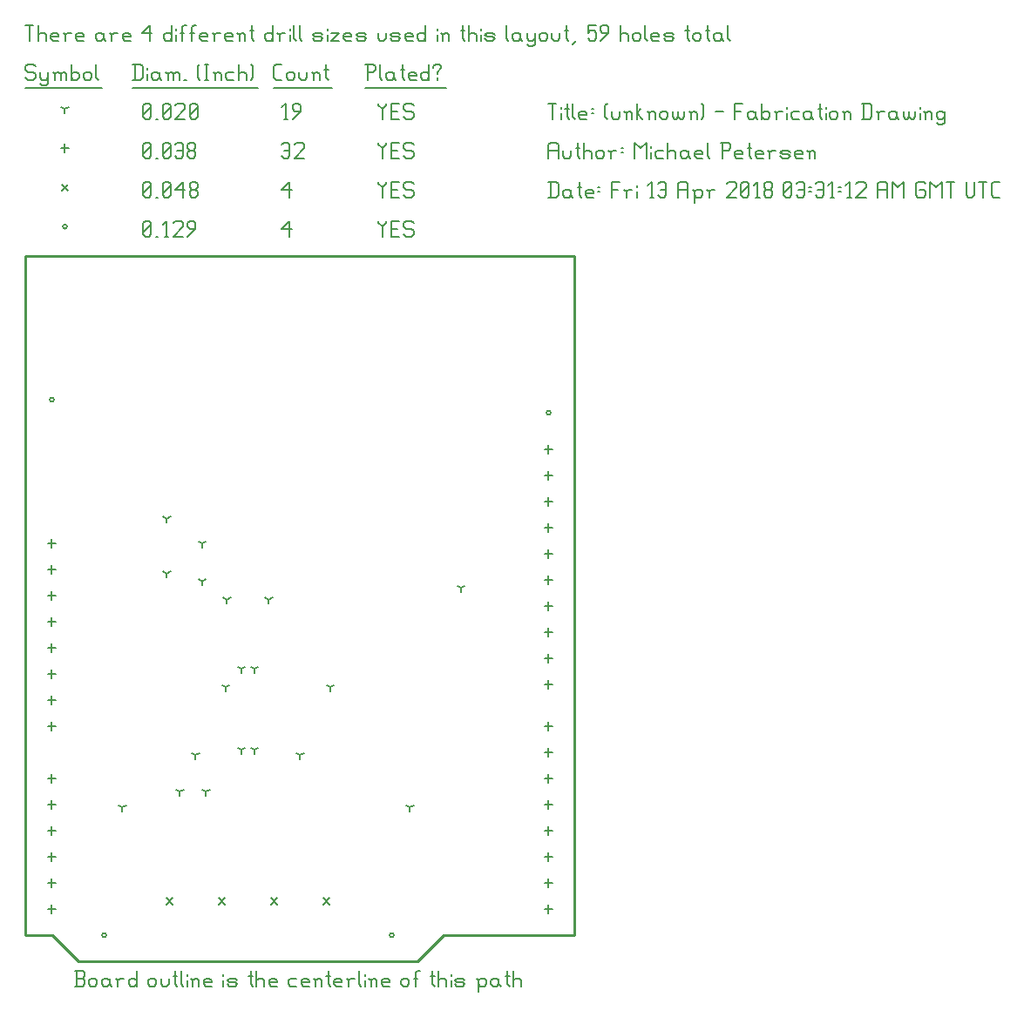
<source format=gbr>
G04 start of page 12 for group -3984 idx -3984 *
G04 Title: (unknown), fab *
G04 Creator: pcb 20140316 *
G04 CreationDate: Fri 13 Apr 2018 03:31:12 AM GMT UTC *
G04 For: railfan *
G04 Format: Gerber/RS-274X *
G04 PCB-Dimensions (mil): 2100.00 2700.00 *
G04 PCB-Coordinate-Origin: lower left *
%MOIN*%
%FSLAX25Y25*%
%LNFAB*%
%ADD65C,0.0100*%
%ADD64C,0.0060*%
%ADD63R,0.0080X0.0080*%
G54D63*X139200Y10000D02*G75*G03X140800Y10000I800J0D01*G01*
G75*G03X139200Y10000I-800J0D01*G01*
X199200Y210000D02*G75*G03X200800Y210000I800J0D01*G01*
G75*G03X199200Y210000I-800J0D01*G01*
X9200Y215000D02*G75*G03X10800Y215000I800J0D01*G01*
G75*G03X9200Y215000I-800J0D01*G01*
X29200Y10000D02*G75*G03X30800Y10000I800J0D01*G01*
G75*G03X29200Y10000I-800J0D01*G01*
X14200Y281250D02*G75*G03X15800Y281250I800J0D01*G01*
G75*G03X14200Y281250I-800J0D01*G01*
G54D64*X135000Y283500D02*Y282750D01*
X136500Y281250D01*
X138000Y282750D01*
Y283500D02*Y282750D01*
X136500Y281250D02*Y277500D01*
X139800Y280500D02*X142050D01*
X139800Y277500D02*X142800D01*
X139800Y283500D02*Y277500D01*
Y283500D02*X142800D01*
X147600D02*X148350Y282750D01*
X145350Y283500D02*X147600D01*
X144600Y282750D02*X145350Y283500D01*
X144600Y282750D02*Y281250D01*
X145350Y280500D01*
X147600D01*
X148350Y279750D01*
Y278250D01*
X147600Y277500D02*X148350Y278250D01*
X145350Y277500D02*X147600D01*
X144600Y278250D02*X145350Y277500D01*
X98000Y280500D02*X101000Y283500D01*
X98000Y280500D02*X101750D01*
X101000Y283500D02*Y277500D01*
X45000Y278250D02*X45750Y277500D01*
X45000Y282750D02*Y278250D01*
Y282750D02*X45750Y283500D01*
X47250D01*
X48000Y282750D01*
Y278250D01*
X47250Y277500D02*X48000Y278250D01*
X45750Y277500D02*X47250D01*
X45000Y279000D02*X48000Y282000D01*
X49800Y277500D02*X50550D01*
X53100D02*X54600D01*
X53850Y283500D02*Y277500D01*
X52350Y282000D02*X53850Y283500D01*
X56400Y282750D02*X57150Y283500D01*
X59400D01*
X60150Y282750D01*
Y281250D01*
X56400Y277500D02*X60150Y281250D01*
X56400Y277500D02*X60150D01*
X61950D02*X64950Y280500D01*
Y282750D02*Y280500D01*
X64200Y283500D02*X64950Y282750D01*
X62700Y283500D02*X64200D01*
X61950Y282750D02*X62700Y283500D01*
X61950Y282750D02*Y281250D01*
X62700Y280500D01*
X64950D01*
X53800Y24200D02*X56200Y21800D01*
X53800D02*X56200Y24200D01*
X73800D02*X76200Y21800D01*
X73800D02*X76200Y24200D01*
X93800D02*X96200Y21800D01*
X93800D02*X96200Y24200D01*
X113800D02*X116200Y21800D01*
X113800D02*X116200Y24200D01*
X13800Y297450D02*X16200Y295050D01*
X13800D02*X16200Y297450D01*
X135000Y298500D02*Y297750D01*
X136500Y296250D01*
X138000Y297750D01*
Y298500D02*Y297750D01*
X136500Y296250D02*Y292500D01*
X139800Y295500D02*X142050D01*
X139800Y292500D02*X142800D01*
X139800Y298500D02*Y292500D01*
Y298500D02*X142800D01*
X147600D02*X148350Y297750D01*
X145350Y298500D02*X147600D01*
X144600Y297750D02*X145350Y298500D01*
X144600Y297750D02*Y296250D01*
X145350Y295500D01*
X147600D01*
X148350Y294750D01*
Y293250D01*
X147600Y292500D02*X148350Y293250D01*
X145350Y292500D02*X147600D01*
X144600Y293250D02*X145350Y292500D01*
X98000Y295500D02*X101000Y298500D01*
X98000Y295500D02*X101750D01*
X101000Y298500D02*Y292500D01*
X45000Y293250D02*X45750Y292500D01*
X45000Y297750D02*Y293250D01*
Y297750D02*X45750Y298500D01*
X47250D01*
X48000Y297750D01*
Y293250D01*
X47250Y292500D02*X48000Y293250D01*
X45750Y292500D02*X47250D01*
X45000Y294000D02*X48000Y297000D01*
X49800Y292500D02*X50550D01*
X52350Y293250D02*X53100Y292500D01*
X52350Y297750D02*Y293250D01*
Y297750D02*X53100Y298500D01*
X54600D01*
X55350Y297750D01*
Y293250D01*
X54600Y292500D02*X55350Y293250D01*
X53100Y292500D02*X54600D01*
X52350Y294000D02*X55350Y297000D01*
X57150Y295500D02*X60150Y298500D01*
X57150Y295500D02*X60900D01*
X60150Y298500D02*Y292500D01*
X62700Y293250D02*X63450Y292500D01*
X62700Y294750D02*Y293250D01*
Y294750D02*X63450Y295500D01*
X64950D01*
X65700Y294750D01*
Y293250D01*
X64950Y292500D02*X65700Y293250D01*
X63450Y292500D02*X64950D01*
X62700Y296250D02*X63450Y295500D01*
X62700Y297750D02*Y296250D01*
Y297750D02*X63450Y298500D01*
X64950D01*
X65700Y297750D01*
Y296250D01*
X64950Y295500D02*X65700Y296250D01*
X10000Y161600D02*Y158400D01*
X8400Y160000D02*X11600D01*
X10000Y151600D02*Y148400D01*
X8400Y150000D02*X11600D01*
X10000Y141600D02*Y138400D01*
X8400Y140000D02*X11600D01*
X10000Y131600D02*Y128400D01*
X8400Y130000D02*X11600D01*
X10000Y121600D02*Y118400D01*
X8400Y120000D02*X11600D01*
X10000Y111600D02*Y108400D01*
X8400Y110000D02*X11600D01*
X10000Y101600D02*Y98400D01*
X8400Y100000D02*X11600D01*
X10000Y91600D02*Y88400D01*
X8400Y90000D02*X11600D01*
X10000Y71600D02*Y68400D01*
X8400Y70000D02*X11600D01*
X10000Y61600D02*Y58400D01*
X8400Y60000D02*X11600D01*
X10000Y51600D02*Y48400D01*
X8400Y50000D02*X11600D01*
X10000Y41600D02*Y38400D01*
X8400Y40000D02*X11600D01*
X10000Y31600D02*Y28400D01*
X8400Y30000D02*X11600D01*
X10000Y21600D02*Y18400D01*
X8400Y20000D02*X11600D01*
X200000Y21600D02*Y18400D01*
X198400Y20000D02*X201600D01*
X200000Y31600D02*Y28400D01*
X198400Y30000D02*X201600D01*
X200000Y41600D02*Y38400D01*
X198400Y40000D02*X201600D01*
X200000Y51600D02*Y48400D01*
X198400Y50000D02*X201600D01*
X200000Y61600D02*Y58400D01*
X198400Y60000D02*X201600D01*
X200000Y71600D02*Y68400D01*
X198400Y70000D02*X201600D01*
X200000Y81600D02*Y78400D01*
X198400Y80000D02*X201600D01*
X200000Y91600D02*Y88400D01*
X198400Y90000D02*X201600D01*
X200000Y107600D02*Y104400D01*
X198400Y106000D02*X201600D01*
X200000Y117600D02*Y114400D01*
X198400Y116000D02*X201600D01*
X200000Y127600D02*Y124400D01*
X198400Y126000D02*X201600D01*
X200000Y137600D02*Y134400D01*
X198400Y136000D02*X201600D01*
X200000Y147600D02*Y144400D01*
X198400Y146000D02*X201600D01*
X200000Y157600D02*Y154400D01*
X198400Y156000D02*X201600D01*
X200000Y167600D02*Y164400D01*
X198400Y166000D02*X201600D01*
X200000Y177600D02*Y174400D01*
X198400Y176000D02*X201600D01*
X200000Y187600D02*Y184400D01*
X198400Y186000D02*X201600D01*
X200000Y197600D02*Y194400D01*
X198400Y196000D02*X201600D01*
X15000Y312850D02*Y309650D01*
X13400Y311250D02*X16600D01*
X135000Y313500D02*Y312750D01*
X136500Y311250D01*
X138000Y312750D01*
Y313500D02*Y312750D01*
X136500Y311250D02*Y307500D01*
X139800Y310500D02*X142050D01*
X139800Y307500D02*X142800D01*
X139800Y313500D02*Y307500D01*
Y313500D02*X142800D01*
X147600D02*X148350Y312750D01*
X145350Y313500D02*X147600D01*
X144600Y312750D02*X145350Y313500D01*
X144600Y312750D02*Y311250D01*
X145350Y310500D01*
X147600D01*
X148350Y309750D01*
Y308250D01*
X147600Y307500D02*X148350Y308250D01*
X145350Y307500D02*X147600D01*
X144600Y308250D02*X145350Y307500D01*
X98000Y312750D02*X98750Y313500D01*
X100250D01*
X101000Y312750D01*
Y308250D01*
X100250Y307500D02*X101000Y308250D01*
X98750Y307500D02*X100250D01*
X98000Y308250D02*X98750Y307500D01*
Y310500D02*X101000D01*
X102800Y312750D02*X103550Y313500D01*
X105800D01*
X106550Y312750D01*
Y311250D01*
X102800Y307500D02*X106550Y311250D01*
X102800Y307500D02*X106550D01*
X45000Y308250D02*X45750Y307500D01*
X45000Y312750D02*Y308250D01*
Y312750D02*X45750Y313500D01*
X47250D01*
X48000Y312750D01*
Y308250D01*
X47250Y307500D02*X48000Y308250D01*
X45750Y307500D02*X47250D01*
X45000Y309000D02*X48000Y312000D01*
X49800Y307500D02*X50550D01*
X52350Y308250D02*X53100Y307500D01*
X52350Y312750D02*Y308250D01*
Y312750D02*X53100Y313500D01*
X54600D01*
X55350Y312750D01*
Y308250D01*
X54600Y307500D02*X55350Y308250D01*
X53100Y307500D02*X54600D01*
X52350Y309000D02*X55350Y312000D01*
X57150Y312750D02*X57900Y313500D01*
X59400D01*
X60150Y312750D01*
Y308250D01*
X59400Y307500D02*X60150Y308250D01*
X57900Y307500D02*X59400D01*
X57150Y308250D02*X57900Y307500D01*
Y310500D02*X60150D01*
X61950Y308250D02*X62700Y307500D01*
X61950Y309750D02*Y308250D01*
Y309750D02*X62700Y310500D01*
X64200D01*
X64950Y309750D01*
Y308250D01*
X64200Y307500D02*X64950Y308250D01*
X62700Y307500D02*X64200D01*
X61950Y311250D02*X62700Y310500D01*
X61950Y312750D02*Y311250D01*
Y312750D02*X62700Y313500D01*
X64200D01*
X64950Y312750D01*
Y311250D01*
X64200Y310500D02*X64950Y311250D01*
X59000Y65000D02*Y63400D01*
Y65000D02*X60387Y65800D01*
X59000Y65000D02*X57613Y65800D01*
X69000Y65000D02*Y63400D01*
Y65000D02*X70387Y65800D01*
X69000Y65000D02*X67613Y65800D01*
X82500Y81000D02*Y79400D01*
Y81000D02*X83887Y81800D01*
X82500Y81000D02*X81113Y81800D01*
X87500Y81000D02*Y79400D01*
Y81000D02*X88887Y81800D01*
X87500Y81000D02*X86113Y81800D01*
X76500Y105000D02*Y103400D01*
Y105000D02*X77887Y105800D01*
X76500Y105000D02*X75113Y105800D01*
X116500Y105000D02*Y103400D01*
Y105000D02*X117887Y105800D01*
X116500Y105000D02*X115113Y105800D01*
X87500Y112000D02*Y110400D01*
Y112000D02*X88887Y112800D01*
X87500Y112000D02*X86113Y112800D01*
X82500Y112000D02*Y110400D01*
Y112000D02*X83887Y112800D01*
X82500Y112000D02*X81113Y112800D01*
X105000Y79000D02*Y77400D01*
Y79000D02*X106387Y79800D01*
X105000Y79000D02*X103613Y79800D01*
X65000Y79000D02*Y77400D01*
Y79000D02*X66387Y79800D01*
X65000Y79000D02*X63613Y79800D01*
X54000Y169500D02*Y167900D01*
Y169500D02*X55387Y170300D01*
X54000Y169500D02*X52613Y170300D01*
X54000Y148500D02*Y146900D01*
Y148500D02*X55387Y149300D01*
X54000Y148500D02*X52613Y149300D01*
X67500Y145500D02*Y143900D01*
Y145500D02*X68887Y146300D01*
X67500Y145500D02*X66113Y146300D01*
X67500Y160000D02*Y158400D01*
Y160000D02*X68887Y160800D01*
X67500Y160000D02*X66113Y160800D01*
X93000Y138500D02*Y136900D01*
Y138500D02*X94387Y139300D01*
X93000Y138500D02*X91613Y139300D01*
X77000Y138500D02*Y136900D01*
Y138500D02*X78387Y139300D01*
X77000Y138500D02*X75613Y139300D01*
X147000Y59000D02*Y57400D01*
Y59000D02*X148387Y59800D01*
X147000Y59000D02*X145613Y59800D01*
X37000Y59000D02*Y57400D01*
Y59000D02*X38387Y59800D01*
X37000Y59000D02*X35613Y59800D01*
X166500Y143000D02*Y141400D01*
Y143000D02*X167887Y143800D01*
X166500Y143000D02*X165113Y143800D01*
X15000Y326250D02*Y324650D01*
Y326250D02*X16387Y327050D01*
X15000Y326250D02*X13613Y327050D01*
X135000Y328500D02*Y327750D01*
X136500Y326250D01*
X138000Y327750D01*
Y328500D02*Y327750D01*
X136500Y326250D02*Y322500D01*
X139800Y325500D02*X142050D01*
X139800Y322500D02*X142800D01*
X139800Y328500D02*Y322500D01*
Y328500D02*X142800D01*
X147600D02*X148350Y327750D01*
X145350Y328500D02*X147600D01*
X144600Y327750D02*X145350Y328500D01*
X144600Y327750D02*Y326250D01*
X145350Y325500D01*
X147600D01*
X148350Y324750D01*
Y323250D01*
X147600Y322500D02*X148350Y323250D01*
X145350Y322500D02*X147600D01*
X144600Y323250D02*X145350Y322500D01*
X98750D02*X100250D01*
X99500Y328500D02*Y322500D01*
X98000Y327000D02*X99500Y328500D01*
X102050Y322500D02*X105050Y325500D01*
Y327750D02*Y325500D01*
X104300Y328500D02*X105050Y327750D01*
X102800Y328500D02*X104300D01*
X102050Y327750D02*X102800Y328500D01*
X102050Y327750D02*Y326250D01*
X102800Y325500D01*
X105050D01*
X45000Y323250D02*X45750Y322500D01*
X45000Y327750D02*Y323250D01*
Y327750D02*X45750Y328500D01*
X47250D01*
X48000Y327750D01*
Y323250D01*
X47250Y322500D02*X48000Y323250D01*
X45750Y322500D02*X47250D01*
X45000Y324000D02*X48000Y327000D01*
X49800Y322500D02*X50550D01*
X52350Y323250D02*X53100Y322500D01*
X52350Y327750D02*Y323250D01*
Y327750D02*X53100Y328500D01*
X54600D01*
X55350Y327750D01*
Y323250D01*
X54600Y322500D02*X55350Y323250D01*
X53100Y322500D02*X54600D01*
X52350Y324000D02*X55350Y327000D01*
X57150Y327750D02*X57900Y328500D01*
X60150D01*
X60900Y327750D01*
Y326250D01*
X57150Y322500D02*X60900Y326250D01*
X57150Y322500D02*X60900D01*
X62700Y323250D02*X63450Y322500D01*
X62700Y327750D02*Y323250D01*
Y327750D02*X63450Y328500D01*
X64950D01*
X65700Y327750D01*
Y323250D01*
X64950Y322500D02*X65700Y323250D01*
X63450Y322500D02*X64950D01*
X62700Y324000D02*X65700Y327000D01*
X3000Y343500D02*X3750Y342750D01*
X750Y343500D02*X3000D01*
X0Y342750D02*X750Y343500D01*
X0Y342750D02*Y341250D01*
X750Y340500D01*
X3000D01*
X3750Y339750D01*
Y338250D01*
X3000Y337500D02*X3750Y338250D01*
X750Y337500D02*X3000D01*
X0Y338250D02*X750Y337500D01*
X5550Y340500D02*Y338250D01*
X6300Y337500D01*
X8550Y340500D02*Y336000D01*
X7800Y335250D02*X8550Y336000D01*
X6300Y335250D02*X7800D01*
X5550Y336000D02*X6300Y335250D01*
Y337500D02*X7800D01*
X8550Y338250D01*
X11100Y339750D02*Y337500D01*
Y339750D02*X11850Y340500D01*
X12600D01*
X13350Y339750D01*
Y337500D01*
Y339750D02*X14100Y340500D01*
X14850D01*
X15600Y339750D01*
Y337500D01*
X10350Y340500D02*X11100Y339750D01*
X17400Y343500D02*Y337500D01*
Y338250D02*X18150Y337500D01*
X19650D01*
X20400Y338250D01*
Y339750D02*Y338250D01*
X19650Y340500D02*X20400Y339750D01*
X18150Y340500D02*X19650D01*
X17400Y339750D02*X18150Y340500D01*
X22200Y339750D02*Y338250D01*
Y339750D02*X22950Y340500D01*
X24450D01*
X25200Y339750D01*
Y338250D01*
X24450Y337500D02*X25200Y338250D01*
X22950Y337500D02*X24450D01*
X22200Y338250D02*X22950Y337500D01*
X27000Y343500D02*Y338250D01*
X27750Y337500D01*
X0Y334250D02*X29250D01*
X41750Y343500D02*Y337500D01*
X44000Y343500D02*X44750Y342750D01*
Y338250D01*
X44000Y337500D02*X44750Y338250D01*
X41000Y337500D02*X44000D01*
X41000Y343500D02*X44000D01*
X46550Y342000D02*Y341250D01*
Y339750D02*Y337500D01*
X50300Y340500D02*X51050Y339750D01*
X48800Y340500D02*X50300D01*
X48050Y339750D02*X48800Y340500D01*
X48050Y339750D02*Y338250D01*
X48800Y337500D01*
X51050Y340500D02*Y338250D01*
X51800Y337500D01*
X48800D02*X50300D01*
X51050Y338250D01*
X54350Y339750D02*Y337500D01*
Y339750D02*X55100Y340500D01*
X55850D01*
X56600Y339750D01*
Y337500D01*
Y339750D02*X57350Y340500D01*
X58100D01*
X58850Y339750D01*
Y337500D01*
X53600Y340500D02*X54350Y339750D01*
X60650Y337500D02*X61400D01*
X65900Y338250D02*X66650Y337500D01*
X65900Y342750D02*X66650Y343500D01*
X65900Y342750D02*Y338250D01*
X68450Y343500D02*X69950D01*
X69200D02*Y337500D01*
X68450D02*X69950D01*
X72500Y339750D02*Y337500D01*
Y339750D02*X73250Y340500D01*
X74000D01*
X74750Y339750D01*
Y337500D01*
X71750Y340500D02*X72500Y339750D01*
X77300Y340500D02*X79550D01*
X76550Y339750D02*X77300Y340500D01*
X76550Y339750D02*Y338250D01*
X77300Y337500D01*
X79550D01*
X81350Y343500D02*Y337500D01*
Y339750D02*X82100Y340500D01*
X83600D01*
X84350Y339750D01*
Y337500D01*
X86150Y343500D02*X86900Y342750D01*
Y338250D01*
X86150Y337500D02*X86900Y338250D01*
X41000Y334250D02*X88700D01*
X95750Y337500D02*X98000D01*
X95000Y338250D02*X95750Y337500D01*
X95000Y342750D02*Y338250D01*
Y342750D02*X95750Y343500D01*
X98000D01*
X99800Y339750D02*Y338250D01*
Y339750D02*X100550Y340500D01*
X102050D01*
X102800Y339750D01*
Y338250D01*
X102050Y337500D02*X102800Y338250D01*
X100550Y337500D02*X102050D01*
X99800Y338250D02*X100550Y337500D01*
X104600Y340500D02*Y338250D01*
X105350Y337500D01*
X106850D01*
X107600Y338250D01*
Y340500D02*Y338250D01*
X110150Y339750D02*Y337500D01*
Y339750D02*X110900Y340500D01*
X111650D01*
X112400Y339750D01*
Y337500D01*
X109400Y340500D02*X110150Y339750D01*
X114950Y343500D02*Y338250D01*
X115700Y337500D01*
X114200Y341250D02*X115700D01*
X95000Y334250D02*X117200D01*
X130750Y343500D02*Y337500D01*
X130000Y343500D02*X133000D01*
X133750Y342750D01*
Y341250D01*
X133000Y340500D02*X133750Y341250D01*
X130750Y340500D02*X133000D01*
X135550Y343500D02*Y338250D01*
X136300Y337500D01*
X140050Y340500D02*X140800Y339750D01*
X138550Y340500D02*X140050D01*
X137800Y339750D02*X138550Y340500D01*
X137800Y339750D02*Y338250D01*
X138550Y337500D01*
X140800Y340500D02*Y338250D01*
X141550Y337500D01*
X138550D02*X140050D01*
X140800Y338250D01*
X144100Y343500D02*Y338250D01*
X144850Y337500D01*
X143350Y341250D02*X144850D01*
X147100Y337500D02*X149350D01*
X146350Y338250D02*X147100Y337500D01*
X146350Y339750D02*Y338250D01*
Y339750D02*X147100Y340500D01*
X148600D01*
X149350Y339750D01*
X146350Y339000D02*X149350D01*
Y339750D02*Y339000D01*
X154150Y343500D02*Y337500D01*
X153400D02*X154150Y338250D01*
X151900Y337500D02*X153400D01*
X151150Y338250D02*X151900Y337500D01*
X151150Y339750D02*Y338250D01*
Y339750D02*X151900Y340500D01*
X153400D01*
X154150Y339750D01*
X157450Y340500D02*Y339750D01*
Y338250D02*Y337500D01*
X155950Y342750D02*Y342000D01*
Y342750D02*X156700Y343500D01*
X158200D01*
X158950Y342750D01*
Y342000D01*
X157450Y340500D02*X158950Y342000D01*
X130000Y334250D02*X160750D01*
X0Y358500D02*X3000D01*
X1500D02*Y352500D01*
X4800Y358500D02*Y352500D01*
Y354750D02*X5550Y355500D01*
X7050D01*
X7800Y354750D01*
Y352500D01*
X10350D02*X12600D01*
X9600Y353250D02*X10350Y352500D01*
X9600Y354750D02*Y353250D01*
Y354750D02*X10350Y355500D01*
X11850D01*
X12600Y354750D01*
X9600Y354000D02*X12600D01*
Y354750D02*Y354000D01*
X15150Y354750D02*Y352500D01*
Y354750D02*X15900Y355500D01*
X17400D01*
X14400D02*X15150Y354750D01*
X19950Y352500D02*X22200D01*
X19200Y353250D02*X19950Y352500D01*
X19200Y354750D02*Y353250D01*
Y354750D02*X19950Y355500D01*
X21450D01*
X22200Y354750D01*
X19200Y354000D02*X22200D01*
Y354750D02*Y354000D01*
X28950Y355500D02*X29700Y354750D01*
X27450Y355500D02*X28950D01*
X26700Y354750D02*X27450Y355500D01*
X26700Y354750D02*Y353250D01*
X27450Y352500D01*
X29700Y355500D02*Y353250D01*
X30450Y352500D01*
X27450D02*X28950D01*
X29700Y353250D01*
X33000Y354750D02*Y352500D01*
Y354750D02*X33750Y355500D01*
X35250D01*
X32250D02*X33000Y354750D01*
X37800Y352500D02*X40050D01*
X37050Y353250D02*X37800Y352500D01*
X37050Y354750D02*Y353250D01*
Y354750D02*X37800Y355500D01*
X39300D01*
X40050Y354750D01*
X37050Y354000D02*X40050D01*
Y354750D02*Y354000D01*
X44550Y355500D02*X47550Y358500D01*
X44550Y355500D02*X48300D01*
X47550Y358500D02*Y352500D01*
X55800Y358500D02*Y352500D01*
X55050D02*X55800Y353250D01*
X53550Y352500D02*X55050D01*
X52800Y353250D02*X53550Y352500D01*
X52800Y354750D02*Y353250D01*
Y354750D02*X53550Y355500D01*
X55050D01*
X55800Y354750D01*
X57600Y357000D02*Y356250D01*
Y354750D02*Y352500D01*
X59850Y357750D02*Y352500D01*
Y357750D02*X60600Y358500D01*
X61350D01*
X59100Y355500D02*X60600D01*
X63600Y357750D02*Y352500D01*
Y357750D02*X64350Y358500D01*
X65100D01*
X62850Y355500D02*X64350D01*
X67350Y352500D02*X69600D01*
X66600Y353250D02*X67350Y352500D01*
X66600Y354750D02*Y353250D01*
Y354750D02*X67350Y355500D01*
X68850D01*
X69600Y354750D01*
X66600Y354000D02*X69600D01*
Y354750D02*Y354000D01*
X72150Y354750D02*Y352500D01*
Y354750D02*X72900Y355500D01*
X74400D01*
X71400D02*X72150Y354750D01*
X76950Y352500D02*X79200D01*
X76200Y353250D02*X76950Y352500D01*
X76200Y354750D02*Y353250D01*
Y354750D02*X76950Y355500D01*
X78450D01*
X79200Y354750D01*
X76200Y354000D02*X79200D01*
Y354750D02*Y354000D01*
X81750Y354750D02*Y352500D01*
Y354750D02*X82500Y355500D01*
X83250D01*
X84000Y354750D01*
Y352500D01*
X81000Y355500D02*X81750Y354750D01*
X86550Y358500D02*Y353250D01*
X87300Y352500D01*
X85800Y356250D02*X87300D01*
X94500Y358500D02*Y352500D01*
X93750D02*X94500Y353250D01*
X92250Y352500D02*X93750D01*
X91500Y353250D02*X92250Y352500D01*
X91500Y354750D02*Y353250D01*
Y354750D02*X92250Y355500D01*
X93750D01*
X94500Y354750D01*
X97050D02*Y352500D01*
Y354750D02*X97800Y355500D01*
X99300D01*
X96300D02*X97050Y354750D01*
X101100Y357000D02*Y356250D01*
Y354750D02*Y352500D01*
X102600Y358500D02*Y353250D01*
X103350Y352500D01*
X104850Y358500D02*Y353250D01*
X105600Y352500D01*
X110550D02*X112800D01*
X113550Y353250D01*
X112800Y354000D02*X113550Y353250D01*
X110550Y354000D02*X112800D01*
X109800Y354750D02*X110550Y354000D01*
X109800Y354750D02*X110550Y355500D01*
X112800D01*
X113550Y354750D01*
X109800Y353250D02*X110550Y352500D01*
X115350Y357000D02*Y356250D01*
Y354750D02*Y352500D01*
X116850Y355500D02*X119850D01*
X116850Y352500D02*X119850Y355500D01*
X116850Y352500D02*X119850D01*
X122400D02*X124650D01*
X121650Y353250D02*X122400Y352500D01*
X121650Y354750D02*Y353250D01*
Y354750D02*X122400Y355500D01*
X123900D01*
X124650Y354750D01*
X121650Y354000D02*X124650D01*
Y354750D02*Y354000D01*
X127200Y352500D02*X129450D01*
X130200Y353250D01*
X129450Y354000D02*X130200Y353250D01*
X127200Y354000D02*X129450D01*
X126450Y354750D02*X127200Y354000D01*
X126450Y354750D02*X127200Y355500D01*
X129450D01*
X130200Y354750D01*
X126450Y353250D02*X127200Y352500D01*
X134700Y355500D02*Y353250D01*
X135450Y352500D01*
X136950D01*
X137700Y353250D01*
Y355500D02*Y353250D01*
X140250Y352500D02*X142500D01*
X143250Y353250D01*
X142500Y354000D02*X143250Y353250D01*
X140250Y354000D02*X142500D01*
X139500Y354750D02*X140250Y354000D01*
X139500Y354750D02*X140250Y355500D01*
X142500D01*
X143250Y354750D01*
X139500Y353250D02*X140250Y352500D01*
X145800D02*X148050D01*
X145050Y353250D02*X145800Y352500D01*
X145050Y354750D02*Y353250D01*
Y354750D02*X145800Y355500D01*
X147300D01*
X148050Y354750D01*
X145050Y354000D02*X148050D01*
Y354750D02*Y354000D01*
X152850Y358500D02*Y352500D01*
X152100D02*X152850Y353250D01*
X150600Y352500D02*X152100D01*
X149850Y353250D02*X150600Y352500D01*
X149850Y354750D02*Y353250D01*
Y354750D02*X150600Y355500D01*
X152100D01*
X152850Y354750D01*
X157350Y357000D02*Y356250D01*
Y354750D02*Y352500D01*
X159600Y354750D02*Y352500D01*
Y354750D02*X160350Y355500D01*
X161100D01*
X161850Y354750D01*
Y352500D01*
X158850Y355500D02*X159600Y354750D01*
X167100Y358500D02*Y353250D01*
X167850Y352500D01*
X166350Y356250D02*X167850D01*
X169350Y358500D02*Y352500D01*
Y354750D02*X170100Y355500D01*
X171600D01*
X172350Y354750D01*
Y352500D01*
X174150Y357000D02*Y356250D01*
Y354750D02*Y352500D01*
X176400D02*X178650D01*
X179400Y353250D01*
X178650Y354000D02*X179400Y353250D01*
X176400Y354000D02*X178650D01*
X175650Y354750D02*X176400Y354000D01*
X175650Y354750D02*X176400Y355500D01*
X178650D01*
X179400Y354750D01*
X175650Y353250D02*X176400Y352500D01*
X183900Y358500D02*Y353250D01*
X184650Y352500D01*
X188400Y355500D02*X189150Y354750D01*
X186900Y355500D02*X188400D01*
X186150Y354750D02*X186900Y355500D01*
X186150Y354750D02*Y353250D01*
X186900Y352500D01*
X189150Y355500D02*Y353250D01*
X189900Y352500D01*
X186900D02*X188400D01*
X189150Y353250D01*
X191700Y355500D02*Y353250D01*
X192450Y352500D01*
X194700Y355500D02*Y351000D01*
X193950Y350250D02*X194700Y351000D01*
X192450Y350250D02*X193950D01*
X191700Y351000D02*X192450Y350250D01*
Y352500D02*X193950D01*
X194700Y353250D01*
X196500Y354750D02*Y353250D01*
Y354750D02*X197250Y355500D01*
X198750D01*
X199500Y354750D01*
Y353250D01*
X198750Y352500D02*X199500Y353250D01*
X197250Y352500D02*X198750D01*
X196500Y353250D02*X197250Y352500D01*
X201300Y355500D02*Y353250D01*
X202050Y352500D01*
X203550D01*
X204300Y353250D01*
Y355500D02*Y353250D01*
X206850Y358500D02*Y353250D01*
X207600Y352500D01*
X206100Y356250D02*X207600D01*
X209100Y351000D02*X210600Y352500D01*
X215100Y358500D02*X218100D01*
X215100D02*Y355500D01*
X215850Y356250D01*
X217350D01*
X218100Y355500D01*
Y353250D01*
X217350Y352500D02*X218100Y353250D01*
X215850Y352500D02*X217350D01*
X215100Y353250D02*X215850Y352500D01*
X219900D02*X222900Y355500D01*
Y357750D02*Y355500D01*
X222150Y358500D02*X222900Y357750D01*
X220650Y358500D02*X222150D01*
X219900Y357750D02*X220650Y358500D01*
X219900Y357750D02*Y356250D01*
X220650Y355500D01*
X222900D01*
X227400Y358500D02*Y352500D01*
Y354750D02*X228150Y355500D01*
X229650D01*
X230400Y354750D01*
Y352500D01*
X232200Y354750D02*Y353250D01*
Y354750D02*X232950Y355500D01*
X234450D01*
X235200Y354750D01*
Y353250D01*
X234450Y352500D02*X235200Y353250D01*
X232950Y352500D02*X234450D01*
X232200Y353250D02*X232950Y352500D01*
X237000Y358500D02*Y353250D01*
X237750Y352500D01*
X240000D02*X242250D01*
X239250Y353250D02*X240000Y352500D01*
X239250Y354750D02*Y353250D01*
Y354750D02*X240000Y355500D01*
X241500D01*
X242250Y354750D01*
X239250Y354000D02*X242250D01*
Y354750D02*Y354000D01*
X244800Y352500D02*X247050D01*
X247800Y353250D01*
X247050Y354000D02*X247800Y353250D01*
X244800Y354000D02*X247050D01*
X244050Y354750D02*X244800Y354000D01*
X244050Y354750D02*X244800Y355500D01*
X247050D01*
X247800Y354750D01*
X244050Y353250D02*X244800Y352500D01*
X253050Y358500D02*Y353250D01*
X253800Y352500D01*
X252300Y356250D02*X253800D01*
X255300Y354750D02*Y353250D01*
Y354750D02*X256050Y355500D01*
X257550D01*
X258300Y354750D01*
Y353250D01*
X257550Y352500D02*X258300Y353250D01*
X256050Y352500D02*X257550D01*
X255300Y353250D02*X256050Y352500D01*
X260850Y358500D02*Y353250D01*
X261600Y352500D01*
X260100Y356250D02*X261600D01*
X265350Y355500D02*X266100Y354750D01*
X263850Y355500D02*X265350D01*
X263100Y354750D02*X263850Y355500D01*
X263100Y354750D02*Y353250D01*
X263850Y352500D01*
X266100Y355500D02*Y353250D01*
X266850Y352500D01*
X263850D02*X265350D01*
X266100Y353250D01*
X268650Y358500D02*Y353250D01*
X269400Y352500D01*
G54D65*X0Y270000D02*Y10000D01*
X210000D02*Y270000D01*
X0Y10000D02*X10300D01*
X20300Y0D01*
X149700D01*
X159700Y10000D01*
X210000D01*
Y270000D02*X0D01*
G54D64*X18675Y-9500D02*X21675D01*
X22425Y-8750D01*
Y-7250D02*Y-8750D01*
X21675Y-6500D02*X22425Y-7250D01*
X19425Y-6500D02*X21675D01*
X19425Y-3500D02*Y-9500D01*
X18675Y-3500D02*X21675D01*
X22425Y-4250D01*
Y-5750D01*
X21675Y-6500D02*X22425Y-5750D01*
X24225Y-7250D02*Y-8750D01*
Y-7250D02*X24975Y-6500D01*
X26475D01*
X27225Y-7250D01*
Y-8750D01*
X26475Y-9500D02*X27225Y-8750D01*
X24975Y-9500D02*X26475D01*
X24225Y-8750D02*X24975Y-9500D01*
X31275Y-6500D02*X32025Y-7250D01*
X29775Y-6500D02*X31275D01*
X29025Y-7250D02*X29775Y-6500D01*
X29025Y-7250D02*Y-8750D01*
X29775Y-9500D01*
X32025Y-6500D02*Y-8750D01*
X32775Y-9500D01*
X29775D02*X31275D01*
X32025Y-8750D01*
X35325Y-7250D02*Y-9500D01*
Y-7250D02*X36075Y-6500D01*
X37575D01*
X34575D02*X35325Y-7250D01*
X42375Y-3500D02*Y-9500D01*
X41625D02*X42375Y-8750D01*
X40125Y-9500D02*X41625D01*
X39375Y-8750D02*X40125Y-9500D01*
X39375Y-7250D02*Y-8750D01*
Y-7250D02*X40125Y-6500D01*
X41625D01*
X42375Y-7250D01*
X46875D02*Y-8750D01*
Y-7250D02*X47625Y-6500D01*
X49125D01*
X49875Y-7250D01*
Y-8750D01*
X49125Y-9500D02*X49875Y-8750D01*
X47625Y-9500D02*X49125D01*
X46875Y-8750D02*X47625Y-9500D01*
X51675Y-6500D02*Y-8750D01*
X52425Y-9500D01*
X53925D01*
X54675Y-8750D01*
Y-6500D02*Y-8750D01*
X57225Y-3500D02*Y-8750D01*
X57975Y-9500D01*
X56475Y-5750D02*X57975D01*
X59475Y-3500D02*Y-8750D01*
X60225Y-9500D01*
X61725Y-5000D02*Y-5750D01*
Y-7250D02*Y-9500D01*
X63975Y-7250D02*Y-9500D01*
Y-7250D02*X64725Y-6500D01*
X65475D01*
X66225Y-7250D01*
Y-9500D01*
X63225Y-6500D02*X63975Y-7250D01*
X68775Y-9500D02*X71025D01*
X68025Y-8750D02*X68775Y-9500D01*
X68025Y-7250D02*Y-8750D01*
Y-7250D02*X68775Y-6500D01*
X70275D01*
X71025Y-7250D01*
X68025Y-8000D02*X71025D01*
Y-7250D02*Y-8000D01*
X75525Y-5000D02*Y-5750D01*
Y-7250D02*Y-9500D01*
X77775D02*X80025D01*
X80775Y-8750D01*
X80025Y-8000D02*X80775Y-8750D01*
X77775Y-8000D02*X80025D01*
X77025Y-7250D02*X77775Y-8000D01*
X77025Y-7250D02*X77775Y-6500D01*
X80025D01*
X80775Y-7250D01*
X77025Y-8750D02*X77775Y-9500D01*
X86025Y-3500D02*Y-8750D01*
X86775Y-9500D01*
X85275Y-5750D02*X86775D01*
X88275Y-3500D02*Y-9500D01*
Y-7250D02*X89025Y-6500D01*
X90525D01*
X91275Y-7250D01*
Y-9500D01*
X93825D02*X96075D01*
X93075Y-8750D02*X93825Y-9500D01*
X93075Y-7250D02*Y-8750D01*
Y-7250D02*X93825Y-6500D01*
X95325D01*
X96075Y-7250D01*
X93075Y-8000D02*X96075D01*
Y-7250D02*Y-8000D01*
X101325Y-6500D02*X103575D01*
X100575Y-7250D02*X101325Y-6500D01*
X100575Y-7250D02*Y-8750D01*
X101325Y-9500D01*
X103575D01*
X106125D02*X108375D01*
X105375Y-8750D02*X106125Y-9500D01*
X105375Y-7250D02*Y-8750D01*
Y-7250D02*X106125Y-6500D01*
X107625D01*
X108375Y-7250D01*
X105375Y-8000D02*X108375D01*
Y-7250D02*Y-8000D01*
X110925Y-7250D02*Y-9500D01*
Y-7250D02*X111675Y-6500D01*
X112425D01*
X113175Y-7250D01*
Y-9500D01*
X110175Y-6500D02*X110925Y-7250D01*
X115725Y-3500D02*Y-8750D01*
X116475Y-9500D01*
X114975Y-5750D02*X116475D01*
X118725Y-9500D02*X120975D01*
X117975Y-8750D02*X118725Y-9500D01*
X117975Y-7250D02*Y-8750D01*
Y-7250D02*X118725Y-6500D01*
X120225D01*
X120975Y-7250D01*
X117975Y-8000D02*X120975D01*
Y-7250D02*Y-8000D01*
X123525Y-7250D02*Y-9500D01*
Y-7250D02*X124275Y-6500D01*
X125775D01*
X122775D02*X123525Y-7250D01*
X127575Y-3500D02*Y-8750D01*
X128325Y-9500D01*
X129825Y-5000D02*Y-5750D01*
Y-7250D02*Y-9500D01*
X132075Y-7250D02*Y-9500D01*
Y-7250D02*X132825Y-6500D01*
X133575D01*
X134325Y-7250D01*
Y-9500D01*
X131325Y-6500D02*X132075Y-7250D01*
X136875Y-9500D02*X139125D01*
X136125Y-8750D02*X136875Y-9500D01*
X136125Y-7250D02*Y-8750D01*
Y-7250D02*X136875Y-6500D01*
X138375D01*
X139125Y-7250D01*
X136125Y-8000D02*X139125D01*
Y-7250D02*Y-8000D01*
X143625Y-7250D02*Y-8750D01*
Y-7250D02*X144375Y-6500D01*
X145875D01*
X146625Y-7250D01*
Y-8750D01*
X145875Y-9500D02*X146625Y-8750D01*
X144375Y-9500D02*X145875D01*
X143625Y-8750D02*X144375Y-9500D01*
X149175Y-4250D02*Y-9500D01*
Y-4250D02*X149925Y-3500D01*
X150675D01*
X148425Y-6500D02*X149925D01*
X155625Y-3500D02*Y-8750D01*
X156375Y-9500D01*
X154875Y-5750D02*X156375D01*
X157875Y-3500D02*Y-9500D01*
Y-7250D02*X158625Y-6500D01*
X160125D01*
X160875Y-7250D01*
Y-9500D01*
X162675Y-5000D02*Y-5750D01*
Y-7250D02*Y-9500D01*
X164925D02*X167175D01*
X167925Y-8750D01*
X167175Y-8000D02*X167925Y-8750D01*
X164925Y-8000D02*X167175D01*
X164175Y-7250D02*X164925Y-8000D01*
X164175Y-7250D02*X164925Y-6500D01*
X167175D01*
X167925Y-7250D01*
X164175Y-8750D02*X164925Y-9500D01*
X173175Y-7250D02*Y-11750D01*
X172425Y-6500D02*X173175Y-7250D01*
X173925Y-6500D01*
X175425D01*
X176175Y-7250D01*
Y-8750D01*
X175425Y-9500D02*X176175Y-8750D01*
X173925Y-9500D02*X175425D01*
X173175Y-8750D02*X173925Y-9500D01*
X180225Y-6500D02*X180975Y-7250D01*
X178725Y-6500D02*X180225D01*
X177975Y-7250D02*X178725Y-6500D01*
X177975Y-7250D02*Y-8750D01*
X178725Y-9500D01*
X180975Y-6500D02*Y-8750D01*
X181725Y-9500D01*
X178725D02*X180225D01*
X180975Y-8750D01*
X184275Y-3500D02*Y-8750D01*
X185025Y-9500D01*
X183525Y-5750D02*X185025D01*
X186525Y-3500D02*Y-9500D01*
Y-7250D02*X187275Y-6500D01*
X188775D01*
X189525Y-7250D01*
Y-9500D01*
X200750Y298500D02*Y292500D01*
X203000Y298500D02*X203750Y297750D01*
Y293250D01*
X203000Y292500D02*X203750Y293250D01*
X200000Y292500D02*X203000D01*
X200000Y298500D02*X203000D01*
X207800Y295500D02*X208550Y294750D01*
X206300Y295500D02*X207800D01*
X205550Y294750D02*X206300Y295500D01*
X205550Y294750D02*Y293250D01*
X206300Y292500D01*
X208550Y295500D02*Y293250D01*
X209300Y292500D01*
X206300D02*X207800D01*
X208550Y293250D01*
X211850Y298500D02*Y293250D01*
X212600Y292500D01*
X211100Y296250D02*X212600D01*
X214850Y292500D02*X217100D01*
X214100Y293250D02*X214850Y292500D01*
X214100Y294750D02*Y293250D01*
Y294750D02*X214850Y295500D01*
X216350D01*
X217100Y294750D01*
X214100Y294000D02*X217100D01*
Y294750D02*Y294000D01*
X218900Y296250D02*X219650D01*
X218900Y294750D02*X219650D01*
X224150Y298500D02*Y292500D01*
Y298500D02*X227150D01*
X224150Y295500D02*X226400D01*
X229700Y294750D02*Y292500D01*
Y294750D02*X230450Y295500D01*
X231950D01*
X228950D02*X229700Y294750D01*
X233750Y297000D02*Y296250D01*
Y294750D02*Y292500D01*
X238700D02*X240200D01*
X239450Y298500D02*Y292500D01*
X237950Y297000D02*X239450Y298500D01*
X242000Y297750D02*X242750Y298500D01*
X244250D01*
X245000Y297750D01*
Y293250D01*
X244250Y292500D02*X245000Y293250D01*
X242750Y292500D02*X244250D01*
X242000Y293250D02*X242750Y292500D01*
Y295500D02*X245000D01*
X249500Y297750D02*Y292500D01*
Y297750D02*X250250Y298500D01*
X252500D01*
X253250Y297750D01*
Y292500D01*
X249500Y295500D02*X253250D01*
X255800Y294750D02*Y290250D01*
X255050Y295500D02*X255800Y294750D01*
X256550Y295500D01*
X258050D01*
X258800Y294750D01*
Y293250D01*
X258050Y292500D02*X258800Y293250D01*
X256550Y292500D02*X258050D01*
X255800Y293250D02*X256550Y292500D01*
X261350Y294750D02*Y292500D01*
Y294750D02*X262100Y295500D01*
X263600D01*
X260600D02*X261350Y294750D01*
X268100Y297750D02*X268850Y298500D01*
X271100D01*
X271850Y297750D01*
Y296250D01*
X268100Y292500D02*X271850Y296250D01*
X268100Y292500D02*X271850D01*
X273650Y293250D02*X274400Y292500D01*
X273650Y297750D02*Y293250D01*
Y297750D02*X274400Y298500D01*
X275900D01*
X276650Y297750D01*
Y293250D01*
X275900Y292500D02*X276650Y293250D01*
X274400Y292500D02*X275900D01*
X273650Y294000D02*X276650Y297000D01*
X279200Y292500D02*X280700D01*
X279950Y298500D02*Y292500D01*
X278450Y297000D02*X279950Y298500D01*
X282500Y293250D02*X283250Y292500D01*
X282500Y294750D02*Y293250D01*
Y294750D02*X283250Y295500D01*
X284750D01*
X285500Y294750D01*
Y293250D01*
X284750Y292500D02*X285500Y293250D01*
X283250Y292500D02*X284750D01*
X282500Y296250D02*X283250Y295500D01*
X282500Y297750D02*Y296250D01*
Y297750D02*X283250Y298500D01*
X284750D01*
X285500Y297750D01*
Y296250D01*
X284750Y295500D02*X285500Y296250D01*
X290000Y293250D02*X290750Y292500D01*
X290000Y297750D02*Y293250D01*
Y297750D02*X290750Y298500D01*
X292250D01*
X293000Y297750D01*
Y293250D01*
X292250Y292500D02*X293000Y293250D01*
X290750Y292500D02*X292250D01*
X290000Y294000D02*X293000Y297000D01*
X294800Y297750D02*X295550Y298500D01*
X297050D01*
X297800Y297750D01*
Y293250D01*
X297050Y292500D02*X297800Y293250D01*
X295550Y292500D02*X297050D01*
X294800Y293250D02*X295550Y292500D01*
Y295500D02*X297800D01*
X299600Y296250D02*X300350D01*
X299600Y294750D02*X300350D01*
X302150Y297750D02*X302900Y298500D01*
X304400D01*
X305150Y297750D01*
Y293250D01*
X304400Y292500D02*X305150Y293250D01*
X302900Y292500D02*X304400D01*
X302150Y293250D02*X302900Y292500D01*
Y295500D02*X305150D01*
X307700Y292500D02*X309200D01*
X308450Y298500D02*Y292500D01*
X306950Y297000D02*X308450Y298500D01*
X311000Y296250D02*X311750D01*
X311000Y294750D02*X311750D01*
X314300Y292500D02*X315800D01*
X315050Y298500D02*Y292500D01*
X313550Y297000D02*X315050Y298500D01*
X317600Y297750D02*X318350Y298500D01*
X320600D01*
X321350Y297750D01*
Y296250D01*
X317600Y292500D02*X321350Y296250D01*
X317600Y292500D02*X321350D01*
X325850Y297750D02*Y292500D01*
Y297750D02*X326600Y298500D01*
X328850D01*
X329600Y297750D01*
Y292500D01*
X325850Y295500D02*X329600D01*
X331400Y298500D02*Y292500D01*
Y298500D02*X333650Y296250D01*
X335900Y298500D01*
Y292500D01*
X343400Y298500D02*X344150Y297750D01*
X341150Y298500D02*X343400D01*
X340400Y297750D02*X341150Y298500D01*
X340400Y297750D02*Y293250D01*
X341150Y292500D01*
X343400D01*
X344150Y293250D01*
Y294750D02*Y293250D01*
X343400Y295500D02*X344150Y294750D01*
X341900Y295500D02*X343400D01*
X345950Y298500D02*Y292500D01*
Y298500D02*X348200Y296250D01*
X350450Y298500D01*
Y292500D01*
X352250Y298500D02*X355250D01*
X353750D02*Y292500D01*
X359750Y298500D02*Y293250D01*
X360500Y292500D01*
X362000D01*
X362750Y293250D01*
Y298500D02*Y293250D01*
X364550Y298500D02*X367550D01*
X366050D02*Y292500D01*
X370100D02*X372350D01*
X369350Y293250D02*X370100Y292500D01*
X369350Y297750D02*Y293250D01*
Y297750D02*X370100Y298500D01*
X372350D01*
X200000Y312750D02*Y307500D01*
Y312750D02*X200750Y313500D01*
X203000D01*
X203750Y312750D01*
Y307500D01*
X200000Y310500D02*X203750D01*
X205550D02*Y308250D01*
X206300Y307500D01*
X207800D01*
X208550Y308250D01*
Y310500D02*Y308250D01*
X211100Y313500D02*Y308250D01*
X211850Y307500D01*
X210350Y311250D02*X211850D01*
X213350Y313500D02*Y307500D01*
Y309750D02*X214100Y310500D01*
X215600D01*
X216350Y309750D01*
Y307500D01*
X218150Y309750D02*Y308250D01*
Y309750D02*X218900Y310500D01*
X220400D01*
X221150Y309750D01*
Y308250D01*
X220400Y307500D02*X221150Y308250D01*
X218900Y307500D02*X220400D01*
X218150Y308250D02*X218900Y307500D01*
X223700Y309750D02*Y307500D01*
Y309750D02*X224450Y310500D01*
X225950D01*
X222950D02*X223700Y309750D01*
X227750Y311250D02*X228500D01*
X227750Y309750D02*X228500D01*
X233000Y313500D02*Y307500D01*
Y313500D02*X235250Y311250D01*
X237500Y313500D01*
Y307500D01*
X239300Y312000D02*Y311250D01*
Y309750D02*Y307500D01*
X241550Y310500D02*X243800D01*
X240800Y309750D02*X241550Y310500D01*
X240800Y309750D02*Y308250D01*
X241550Y307500D01*
X243800D01*
X245600Y313500D02*Y307500D01*
Y309750D02*X246350Y310500D01*
X247850D01*
X248600Y309750D01*
Y307500D01*
X252650Y310500D02*X253400Y309750D01*
X251150Y310500D02*X252650D01*
X250400Y309750D02*X251150Y310500D01*
X250400Y309750D02*Y308250D01*
X251150Y307500D01*
X253400Y310500D02*Y308250D01*
X254150Y307500D01*
X251150D02*X252650D01*
X253400Y308250D01*
X256700Y307500D02*X258950D01*
X255950Y308250D02*X256700Y307500D01*
X255950Y309750D02*Y308250D01*
Y309750D02*X256700Y310500D01*
X258200D01*
X258950Y309750D01*
X255950Y309000D02*X258950D01*
Y309750D02*Y309000D01*
X260750Y313500D02*Y308250D01*
X261500Y307500D01*
X266450Y313500D02*Y307500D01*
X265700Y313500D02*X268700D01*
X269450Y312750D01*
Y311250D01*
X268700Y310500D02*X269450Y311250D01*
X266450Y310500D02*X268700D01*
X272000Y307500D02*X274250D01*
X271250Y308250D02*X272000Y307500D01*
X271250Y309750D02*Y308250D01*
Y309750D02*X272000Y310500D01*
X273500D01*
X274250Y309750D01*
X271250Y309000D02*X274250D01*
Y309750D02*Y309000D01*
X276800Y313500D02*Y308250D01*
X277550Y307500D01*
X276050Y311250D02*X277550D01*
X279800Y307500D02*X282050D01*
X279050Y308250D02*X279800Y307500D01*
X279050Y309750D02*Y308250D01*
Y309750D02*X279800Y310500D01*
X281300D01*
X282050Y309750D01*
X279050Y309000D02*X282050D01*
Y309750D02*Y309000D01*
X284600Y309750D02*Y307500D01*
Y309750D02*X285350Y310500D01*
X286850D01*
X283850D02*X284600Y309750D01*
X289400Y307500D02*X291650D01*
X292400Y308250D01*
X291650Y309000D02*X292400Y308250D01*
X289400Y309000D02*X291650D01*
X288650Y309750D02*X289400Y309000D01*
X288650Y309750D02*X289400Y310500D01*
X291650D01*
X292400Y309750D01*
X288650Y308250D02*X289400Y307500D01*
X294950D02*X297200D01*
X294200Y308250D02*X294950Y307500D01*
X294200Y309750D02*Y308250D01*
Y309750D02*X294950Y310500D01*
X296450D01*
X297200Y309750D01*
X294200Y309000D02*X297200D01*
Y309750D02*Y309000D01*
X299750Y309750D02*Y307500D01*
Y309750D02*X300500Y310500D01*
X301250D01*
X302000Y309750D01*
Y307500D01*
X299000Y310500D02*X299750Y309750D01*
X200000Y328500D02*X203000D01*
X201500D02*Y322500D01*
X204800Y327000D02*Y326250D01*
Y324750D02*Y322500D01*
X207050Y328500D02*Y323250D01*
X207800Y322500D01*
X206300Y326250D02*X207800D01*
X209300Y328500D02*Y323250D01*
X210050Y322500D01*
X212300D02*X214550D01*
X211550Y323250D02*X212300Y322500D01*
X211550Y324750D02*Y323250D01*
Y324750D02*X212300Y325500D01*
X213800D01*
X214550Y324750D01*
X211550Y324000D02*X214550D01*
Y324750D02*Y324000D01*
X216350Y326250D02*X217100D01*
X216350Y324750D02*X217100D01*
X221600Y323250D02*X222350Y322500D01*
X221600Y327750D02*X222350Y328500D01*
X221600Y327750D02*Y323250D01*
X224150Y325500D02*Y323250D01*
X224900Y322500D01*
X226400D01*
X227150Y323250D01*
Y325500D02*Y323250D01*
X229700Y324750D02*Y322500D01*
Y324750D02*X230450Y325500D01*
X231200D01*
X231950Y324750D01*
Y322500D01*
X228950Y325500D02*X229700Y324750D01*
X233750Y328500D02*Y322500D01*
Y324750D02*X236000Y322500D01*
X233750Y324750D02*X235250Y326250D01*
X238550Y324750D02*Y322500D01*
Y324750D02*X239300Y325500D01*
X240050D01*
X240800Y324750D01*
Y322500D01*
X237800Y325500D02*X238550Y324750D01*
X242600D02*Y323250D01*
Y324750D02*X243350Y325500D01*
X244850D01*
X245600Y324750D01*
Y323250D01*
X244850Y322500D02*X245600Y323250D01*
X243350Y322500D02*X244850D01*
X242600Y323250D02*X243350Y322500D01*
X247400Y325500D02*Y323250D01*
X248150Y322500D01*
X248900D01*
X249650Y323250D01*
Y325500D02*Y323250D01*
X250400Y322500D01*
X251150D01*
X251900Y323250D01*
Y325500D02*Y323250D01*
X254450Y324750D02*Y322500D01*
Y324750D02*X255200Y325500D01*
X255950D01*
X256700Y324750D01*
Y322500D01*
X253700Y325500D02*X254450Y324750D01*
X258500Y328500D02*X259250Y327750D01*
Y323250D01*
X258500Y322500D02*X259250Y323250D01*
X263750Y325500D02*X266750D01*
X271250Y328500D02*Y322500D01*
Y328500D02*X274250D01*
X271250Y325500D02*X273500D01*
X278300D02*X279050Y324750D01*
X276800Y325500D02*X278300D01*
X276050Y324750D02*X276800Y325500D01*
X276050Y324750D02*Y323250D01*
X276800Y322500D01*
X279050Y325500D02*Y323250D01*
X279800Y322500D01*
X276800D02*X278300D01*
X279050Y323250D01*
X281600Y328500D02*Y322500D01*
Y323250D02*X282350Y322500D01*
X283850D01*
X284600Y323250D01*
Y324750D02*Y323250D01*
X283850Y325500D02*X284600Y324750D01*
X282350Y325500D02*X283850D01*
X281600Y324750D02*X282350Y325500D01*
X287150Y324750D02*Y322500D01*
Y324750D02*X287900Y325500D01*
X289400D01*
X286400D02*X287150Y324750D01*
X291200Y327000D02*Y326250D01*
Y324750D02*Y322500D01*
X293450Y325500D02*X295700D01*
X292700Y324750D02*X293450Y325500D01*
X292700Y324750D02*Y323250D01*
X293450Y322500D01*
X295700D01*
X299750Y325500D02*X300500Y324750D01*
X298250Y325500D02*X299750D01*
X297500Y324750D02*X298250Y325500D01*
X297500Y324750D02*Y323250D01*
X298250Y322500D01*
X300500Y325500D02*Y323250D01*
X301250Y322500D01*
X298250D02*X299750D01*
X300500Y323250D01*
X303800Y328500D02*Y323250D01*
X304550Y322500D01*
X303050Y326250D02*X304550D01*
X306050Y327000D02*Y326250D01*
Y324750D02*Y322500D01*
X307550Y324750D02*Y323250D01*
Y324750D02*X308300Y325500D01*
X309800D01*
X310550Y324750D01*
Y323250D01*
X309800Y322500D02*X310550Y323250D01*
X308300Y322500D02*X309800D01*
X307550Y323250D02*X308300Y322500D01*
X313100Y324750D02*Y322500D01*
Y324750D02*X313850Y325500D01*
X314600D01*
X315350Y324750D01*
Y322500D01*
X312350Y325500D02*X313100Y324750D01*
X320600Y328500D02*Y322500D01*
X322850Y328500D02*X323600Y327750D01*
Y323250D01*
X322850Y322500D02*X323600Y323250D01*
X319850Y322500D02*X322850D01*
X319850Y328500D02*X322850D01*
X326150Y324750D02*Y322500D01*
Y324750D02*X326900Y325500D01*
X328400D01*
X325400D02*X326150Y324750D01*
X332450Y325500D02*X333200Y324750D01*
X330950Y325500D02*X332450D01*
X330200Y324750D02*X330950Y325500D01*
X330200Y324750D02*Y323250D01*
X330950Y322500D01*
X333200Y325500D02*Y323250D01*
X333950Y322500D01*
X330950D02*X332450D01*
X333200Y323250D01*
X335750Y325500D02*Y323250D01*
X336500Y322500D01*
X337250D01*
X338000Y323250D01*
Y325500D02*Y323250D01*
X338750Y322500D01*
X339500D01*
X340250Y323250D01*
Y325500D02*Y323250D01*
X342050Y327000D02*Y326250D01*
Y324750D02*Y322500D01*
X344300Y324750D02*Y322500D01*
Y324750D02*X345050Y325500D01*
X345800D01*
X346550Y324750D01*
Y322500D01*
X343550Y325500D02*X344300Y324750D01*
X350600Y325500D02*X351350Y324750D01*
X349100Y325500D02*X350600D01*
X348350Y324750D02*X349100Y325500D01*
X348350Y324750D02*Y323250D01*
X349100Y322500D01*
X350600D01*
X351350Y323250D01*
X348350Y321000D02*X349100Y320250D01*
X350600D01*
X351350Y321000D01*
Y325500D02*Y321000D01*
M02*

</source>
